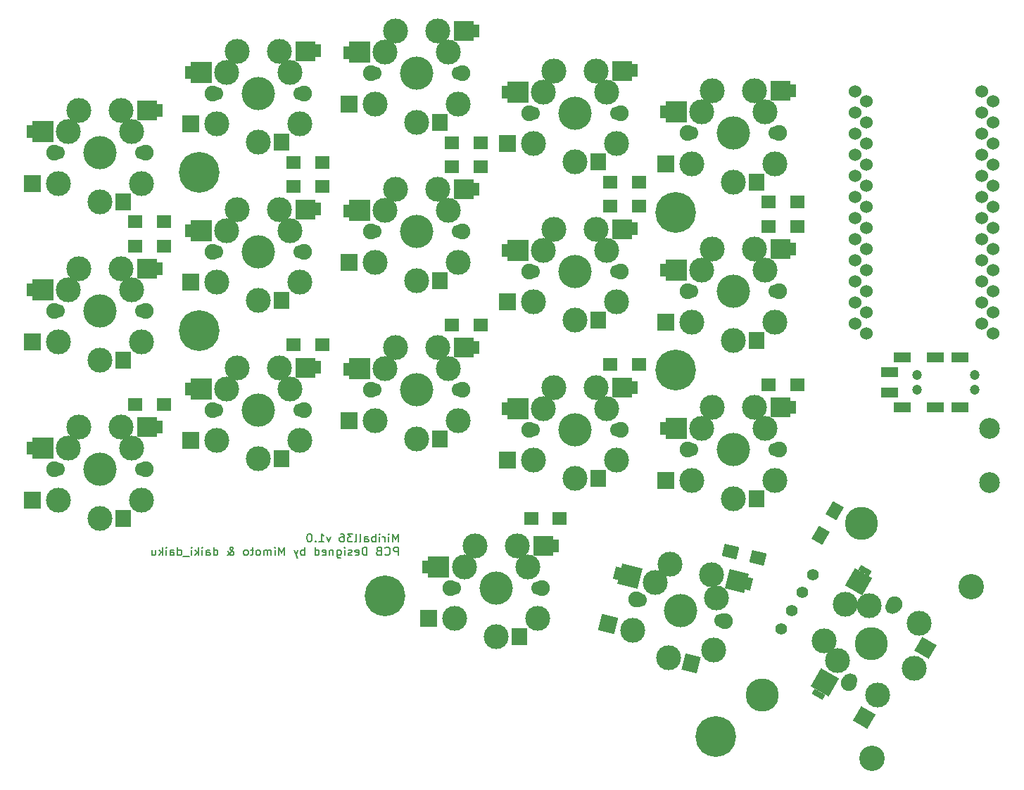
<source format=gbr>
%TF.GenerationSoftware,KiCad,Pcbnew,8.0.2-1*%
%TF.CreationDate,2024-06-10T16:48:46+09:00*%
%TF.ProjectId,Miriball36,4d697269-6261-46c6-9c33-362e6b696361,rev?*%
%TF.SameCoordinates,Original*%
%TF.FileFunction,Soldermask,Bot*%
%TF.FilePolarity,Negative*%
%FSLAX46Y46*%
G04 Gerber Fmt 4.6, Leading zero omitted, Abs format (unit mm)*
G04 Created by KiCad (PCBNEW 8.0.2-1) date 2024-06-10 16:48:46*
%MOMM*%
%LPD*%
G01*
G04 APERTURE LIST*
G04 Aperture macros list*
%AMRotRect*
0 Rectangle, with rotation*
0 The origin of the aperture is its center*
0 $1 length*
0 $2 width*
0 $3 Rotation angle, in degrees counterclockwise*
0 Add horizontal line*
21,1,$1,$2,0,0,$3*%
G04 Aperture macros list end*
%ADD10C,0.150000*%
%ADD11R,1.800000X1.500000*%
%ADD12C,4.900000*%
%ADD13C,1.900000*%
%ADD14C,1.700000*%
%ADD15C,3.000000*%
%ADD16C,4.000000*%
%ADD17R,0.700000X1.500000*%
%ADD18R,2.000000X2.000000*%
%ADD19R,2.500000X2.500000*%
%ADD20R,1.900000X2.000000*%
%ADD21R,2.400000X2.400000*%
%ADD22C,3.987800*%
%ADD23C,3.048000*%
%ADD24RotRect,0.700000X1.500000X60.000000*%
%ADD25RotRect,2.000000X2.000000X240.000000*%
%ADD26RotRect,2.500000X2.500000X240.000000*%
%ADD27RotRect,1.900000X2.000000X240.000000*%
%ADD28RotRect,2.400000X2.400000X240.000000*%
%ADD29C,1.397000*%
%ADD30C,1.200000*%
%ADD31R,2.100000X1.200000*%
%ADD32RotRect,1.800000X1.500000X240.000000*%
%ADD33RotRect,1.800000X1.500000X166.000000*%
%ADD34C,2.500000*%
%ADD35RotRect,0.700000X1.500000X346.000000*%
%ADD36RotRect,2.000000X2.000000X166.000000*%
%ADD37RotRect,2.500000X2.500000X166.000000*%
%ADD38RotRect,1.900000X2.000000X166.000000*%
%ADD39RotRect,2.400000X2.400000X166.000000*%
%ADD40C,1.524000*%
G04 APERTURE END LIST*
D10*
X93703220Y-105399875D02*
X93703220Y-104399875D01*
X93703220Y-104399875D02*
X93369887Y-105114160D01*
X93369887Y-105114160D02*
X93036554Y-104399875D01*
X93036554Y-104399875D02*
X93036554Y-105399875D01*
X92560363Y-105399875D02*
X92560363Y-104733208D01*
X92560363Y-104399875D02*
X92607982Y-104447494D01*
X92607982Y-104447494D02*
X92560363Y-104495113D01*
X92560363Y-104495113D02*
X92512744Y-104447494D01*
X92512744Y-104447494D02*
X92560363Y-104399875D01*
X92560363Y-104399875D02*
X92560363Y-104495113D01*
X92084173Y-105399875D02*
X92084173Y-104733208D01*
X92084173Y-104923684D02*
X92036554Y-104828446D01*
X92036554Y-104828446D02*
X91988935Y-104780827D01*
X91988935Y-104780827D02*
X91893697Y-104733208D01*
X91893697Y-104733208D02*
X91798459Y-104733208D01*
X91465125Y-105399875D02*
X91465125Y-104733208D01*
X91465125Y-104399875D02*
X91512744Y-104447494D01*
X91512744Y-104447494D02*
X91465125Y-104495113D01*
X91465125Y-104495113D02*
X91417506Y-104447494D01*
X91417506Y-104447494D02*
X91465125Y-104399875D01*
X91465125Y-104399875D02*
X91465125Y-104495113D01*
X90988935Y-105399875D02*
X90988935Y-104399875D01*
X90988935Y-104780827D02*
X90893697Y-104733208D01*
X90893697Y-104733208D02*
X90703221Y-104733208D01*
X90703221Y-104733208D02*
X90607983Y-104780827D01*
X90607983Y-104780827D02*
X90560364Y-104828446D01*
X90560364Y-104828446D02*
X90512745Y-104923684D01*
X90512745Y-104923684D02*
X90512745Y-105209398D01*
X90512745Y-105209398D02*
X90560364Y-105304636D01*
X90560364Y-105304636D02*
X90607983Y-105352256D01*
X90607983Y-105352256D02*
X90703221Y-105399875D01*
X90703221Y-105399875D02*
X90893697Y-105399875D01*
X90893697Y-105399875D02*
X90988935Y-105352256D01*
X89655602Y-105399875D02*
X89655602Y-104876065D01*
X89655602Y-104876065D02*
X89703221Y-104780827D01*
X89703221Y-104780827D02*
X89798459Y-104733208D01*
X89798459Y-104733208D02*
X89988935Y-104733208D01*
X89988935Y-104733208D02*
X90084173Y-104780827D01*
X89655602Y-105352256D02*
X89750840Y-105399875D01*
X89750840Y-105399875D02*
X89988935Y-105399875D01*
X89988935Y-105399875D02*
X90084173Y-105352256D01*
X90084173Y-105352256D02*
X90131792Y-105257017D01*
X90131792Y-105257017D02*
X90131792Y-105161779D01*
X90131792Y-105161779D02*
X90084173Y-105066541D01*
X90084173Y-105066541D02*
X89988935Y-105018922D01*
X89988935Y-105018922D02*
X89750840Y-105018922D01*
X89750840Y-105018922D02*
X89655602Y-104971303D01*
X89036554Y-105399875D02*
X89131792Y-105352256D01*
X89131792Y-105352256D02*
X89179411Y-105257017D01*
X89179411Y-105257017D02*
X89179411Y-104399875D01*
X88512744Y-105399875D02*
X88607982Y-105352256D01*
X88607982Y-105352256D02*
X88655601Y-105257017D01*
X88655601Y-105257017D02*
X88655601Y-104399875D01*
X88227029Y-104399875D02*
X87607982Y-104399875D01*
X87607982Y-104399875D02*
X87941315Y-104780827D01*
X87941315Y-104780827D02*
X87798458Y-104780827D01*
X87798458Y-104780827D02*
X87703220Y-104828446D01*
X87703220Y-104828446D02*
X87655601Y-104876065D01*
X87655601Y-104876065D02*
X87607982Y-104971303D01*
X87607982Y-104971303D02*
X87607982Y-105209398D01*
X87607982Y-105209398D02*
X87655601Y-105304636D01*
X87655601Y-105304636D02*
X87703220Y-105352256D01*
X87703220Y-105352256D02*
X87798458Y-105399875D01*
X87798458Y-105399875D02*
X88084172Y-105399875D01*
X88084172Y-105399875D02*
X88179410Y-105352256D01*
X88179410Y-105352256D02*
X88227029Y-105304636D01*
X86750839Y-104399875D02*
X86941315Y-104399875D01*
X86941315Y-104399875D02*
X87036553Y-104447494D01*
X87036553Y-104447494D02*
X87084172Y-104495113D01*
X87084172Y-104495113D02*
X87179410Y-104637970D01*
X87179410Y-104637970D02*
X87227029Y-104828446D01*
X87227029Y-104828446D02*
X87227029Y-105209398D01*
X87227029Y-105209398D02*
X87179410Y-105304636D01*
X87179410Y-105304636D02*
X87131791Y-105352256D01*
X87131791Y-105352256D02*
X87036553Y-105399875D01*
X87036553Y-105399875D02*
X86846077Y-105399875D01*
X86846077Y-105399875D02*
X86750839Y-105352256D01*
X86750839Y-105352256D02*
X86703220Y-105304636D01*
X86703220Y-105304636D02*
X86655601Y-105209398D01*
X86655601Y-105209398D02*
X86655601Y-104971303D01*
X86655601Y-104971303D02*
X86703220Y-104876065D01*
X86703220Y-104876065D02*
X86750839Y-104828446D01*
X86750839Y-104828446D02*
X86846077Y-104780827D01*
X86846077Y-104780827D02*
X87036553Y-104780827D01*
X87036553Y-104780827D02*
X87131791Y-104828446D01*
X87131791Y-104828446D02*
X87179410Y-104876065D01*
X87179410Y-104876065D02*
X87227029Y-104971303D01*
X85560362Y-104733208D02*
X85322267Y-105399875D01*
X85322267Y-105399875D02*
X85084172Y-104733208D01*
X84179410Y-105399875D02*
X84750838Y-105399875D01*
X84465124Y-105399875D02*
X84465124Y-104399875D01*
X84465124Y-104399875D02*
X84560362Y-104542732D01*
X84560362Y-104542732D02*
X84655600Y-104637970D01*
X84655600Y-104637970D02*
X84750838Y-104685589D01*
X83750838Y-105304636D02*
X83703219Y-105352256D01*
X83703219Y-105352256D02*
X83750838Y-105399875D01*
X83750838Y-105399875D02*
X83798457Y-105352256D01*
X83798457Y-105352256D02*
X83750838Y-105304636D01*
X83750838Y-105304636D02*
X83750838Y-105399875D01*
X83084172Y-104399875D02*
X82988934Y-104399875D01*
X82988934Y-104399875D02*
X82893696Y-104447494D01*
X82893696Y-104447494D02*
X82846077Y-104495113D01*
X82846077Y-104495113D02*
X82798458Y-104590351D01*
X82798458Y-104590351D02*
X82750839Y-104780827D01*
X82750839Y-104780827D02*
X82750839Y-105018922D01*
X82750839Y-105018922D02*
X82798458Y-105209398D01*
X82798458Y-105209398D02*
X82846077Y-105304636D01*
X82846077Y-105304636D02*
X82893696Y-105352256D01*
X82893696Y-105352256D02*
X82988934Y-105399875D01*
X82988934Y-105399875D02*
X83084172Y-105399875D01*
X83084172Y-105399875D02*
X83179410Y-105352256D01*
X83179410Y-105352256D02*
X83227029Y-105304636D01*
X83227029Y-105304636D02*
X83274648Y-105209398D01*
X83274648Y-105209398D02*
X83322267Y-105018922D01*
X83322267Y-105018922D02*
X83322267Y-104780827D01*
X83322267Y-104780827D02*
X83274648Y-104590351D01*
X83274648Y-104590351D02*
X83227029Y-104495113D01*
X83227029Y-104495113D02*
X83179410Y-104447494D01*
X83179410Y-104447494D02*
X83084172Y-104399875D01*
X93703220Y-107009819D02*
X93703220Y-106009819D01*
X93703220Y-106009819D02*
X93322268Y-106009819D01*
X93322268Y-106009819D02*
X93227030Y-106057438D01*
X93227030Y-106057438D02*
X93179411Y-106105057D01*
X93179411Y-106105057D02*
X93131792Y-106200295D01*
X93131792Y-106200295D02*
X93131792Y-106343152D01*
X93131792Y-106343152D02*
X93179411Y-106438390D01*
X93179411Y-106438390D02*
X93227030Y-106486009D01*
X93227030Y-106486009D02*
X93322268Y-106533628D01*
X93322268Y-106533628D02*
X93703220Y-106533628D01*
X92131792Y-106914580D02*
X92179411Y-106962200D01*
X92179411Y-106962200D02*
X92322268Y-107009819D01*
X92322268Y-107009819D02*
X92417506Y-107009819D01*
X92417506Y-107009819D02*
X92560363Y-106962200D01*
X92560363Y-106962200D02*
X92655601Y-106866961D01*
X92655601Y-106866961D02*
X92703220Y-106771723D01*
X92703220Y-106771723D02*
X92750839Y-106581247D01*
X92750839Y-106581247D02*
X92750839Y-106438390D01*
X92750839Y-106438390D02*
X92703220Y-106247914D01*
X92703220Y-106247914D02*
X92655601Y-106152676D01*
X92655601Y-106152676D02*
X92560363Y-106057438D01*
X92560363Y-106057438D02*
X92417506Y-106009819D01*
X92417506Y-106009819D02*
X92322268Y-106009819D01*
X92322268Y-106009819D02*
X92179411Y-106057438D01*
X92179411Y-106057438D02*
X92131792Y-106105057D01*
X91369887Y-106486009D02*
X91227030Y-106533628D01*
X91227030Y-106533628D02*
X91179411Y-106581247D01*
X91179411Y-106581247D02*
X91131792Y-106676485D01*
X91131792Y-106676485D02*
X91131792Y-106819342D01*
X91131792Y-106819342D02*
X91179411Y-106914580D01*
X91179411Y-106914580D02*
X91227030Y-106962200D01*
X91227030Y-106962200D02*
X91322268Y-107009819D01*
X91322268Y-107009819D02*
X91703220Y-107009819D01*
X91703220Y-107009819D02*
X91703220Y-106009819D01*
X91703220Y-106009819D02*
X91369887Y-106009819D01*
X91369887Y-106009819D02*
X91274649Y-106057438D01*
X91274649Y-106057438D02*
X91227030Y-106105057D01*
X91227030Y-106105057D02*
X91179411Y-106200295D01*
X91179411Y-106200295D02*
X91179411Y-106295533D01*
X91179411Y-106295533D02*
X91227030Y-106390771D01*
X91227030Y-106390771D02*
X91274649Y-106438390D01*
X91274649Y-106438390D02*
X91369887Y-106486009D01*
X91369887Y-106486009D02*
X91703220Y-106486009D01*
X89941315Y-107009819D02*
X89941315Y-106009819D01*
X89941315Y-106009819D02*
X89703220Y-106009819D01*
X89703220Y-106009819D02*
X89560363Y-106057438D01*
X89560363Y-106057438D02*
X89465125Y-106152676D01*
X89465125Y-106152676D02*
X89417506Y-106247914D01*
X89417506Y-106247914D02*
X89369887Y-106438390D01*
X89369887Y-106438390D02*
X89369887Y-106581247D01*
X89369887Y-106581247D02*
X89417506Y-106771723D01*
X89417506Y-106771723D02*
X89465125Y-106866961D01*
X89465125Y-106866961D02*
X89560363Y-106962200D01*
X89560363Y-106962200D02*
X89703220Y-107009819D01*
X89703220Y-107009819D02*
X89941315Y-107009819D01*
X88560363Y-106962200D02*
X88655601Y-107009819D01*
X88655601Y-107009819D02*
X88846077Y-107009819D01*
X88846077Y-107009819D02*
X88941315Y-106962200D01*
X88941315Y-106962200D02*
X88988934Y-106866961D01*
X88988934Y-106866961D02*
X88988934Y-106486009D01*
X88988934Y-106486009D02*
X88941315Y-106390771D01*
X88941315Y-106390771D02*
X88846077Y-106343152D01*
X88846077Y-106343152D02*
X88655601Y-106343152D01*
X88655601Y-106343152D02*
X88560363Y-106390771D01*
X88560363Y-106390771D02*
X88512744Y-106486009D01*
X88512744Y-106486009D02*
X88512744Y-106581247D01*
X88512744Y-106581247D02*
X88988934Y-106676485D01*
X88131791Y-106962200D02*
X88036553Y-107009819D01*
X88036553Y-107009819D02*
X87846077Y-107009819D01*
X87846077Y-107009819D02*
X87750839Y-106962200D01*
X87750839Y-106962200D02*
X87703220Y-106866961D01*
X87703220Y-106866961D02*
X87703220Y-106819342D01*
X87703220Y-106819342D02*
X87750839Y-106724104D01*
X87750839Y-106724104D02*
X87846077Y-106676485D01*
X87846077Y-106676485D02*
X87988934Y-106676485D01*
X87988934Y-106676485D02*
X88084172Y-106628866D01*
X88084172Y-106628866D02*
X88131791Y-106533628D01*
X88131791Y-106533628D02*
X88131791Y-106486009D01*
X88131791Y-106486009D02*
X88084172Y-106390771D01*
X88084172Y-106390771D02*
X87988934Y-106343152D01*
X87988934Y-106343152D02*
X87846077Y-106343152D01*
X87846077Y-106343152D02*
X87750839Y-106390771D01*
X87274648Y-107009819D02*
X87274648Y-106343152D01*
X87274648Y-106009819D02*
X87322267Y-106057438D01*
X87322267Y-106057438D02*
X87274648Y-106105057D01*
X87274648Y-106105057D02*
X87227029Y-106057438D01*
X87227029Y-106057438D02*
X87274648Y-106009819D01*
X87274648Y-106009819D02*
X87274648Y-106105057D01*
X86369887Y-106343152D02*
X86369887Y-107152676D01*
X86369887Y-107152676D02*
X86417506Y-107247914D01*
X86417506Y-107247914D02*
X86465125Y-107295533D01*
X86465125Y-107295533D02*
X86560363Y-107343152D01*
X86560363Y-107343152D02*
X86703220Y-107343152D01*
X86703220Y-107343152D02*
X86798458Y-107295533D01*
X86369887Y-106962200D02*
X86465125Y-107009819D01*
X86465125Y-107009819D02*
X86655601Y-107009819D01*
X86655601Y-107009819D02*
X86750839Y-106962200D01*
X86750839Y-106962200D02*
X86798458Y-106914580D01*
X86798458Y-106914580D02*
X86846077Y-106819342D01*
X86846077Y-106819342D02*
X86846077Y-106533628D01*
X86846077Y-106533628D02*
X86798458Y-106438390D01*
X86798458Y-106438390D02*
X86750839Y-106390771D01*
X86750839Y-106390771D02*
X86655601Y-106343152D01*
X86655601Y-106343152D02*
X86465125Y-106343152D01*
X86465125Y-106343152D02*
X86369887Y-106390771D01*
X85893696Y-106343152D02*
X85893696Y-107009819D01*
X85893696Y-106438390D02*
X85846077Y-106390771D01*
X85846077Y-106390771D02*
X85750839Y-106343152D01*
X85750839Y-106343152D02*
X85607982Y-106343152D01*
X85607982Y-106343152D02*
X85512744Y-106390771D01*
X85512744Y-106390771D02*
X85465125Y-106486009D01*
X85465125Y-106486009D02*
X85465125Y-107009819D01*
X84607982Y-106962200D02*
X84703220Y-107009819D01*
X84703220Y-107009819D02*
X84893696Y-107009819D01*
X84893696Y-107009819D02*
X84988934Y-106962200D01*
X84988934Y-106962200D02*
X85036553Y-106866961D01*
X85036553Y-106866961D02*
X85036553Y-106486009D01*
X85036553Y-106486009D02*
X84988934Y-106390771D01*
X84988934Y-106390771D02*
X84893696Y-106343152D01*
X84893696Y-106343152D02*
X84703220Y-106343152D01*
X84703220Y-106343152D02*
X84607982Y-106390771D01*
X84607982Y-106390771D02*
X84560363Y-106486009D01*
X84560363Y-106486009D02*
X84560363Y-106581247D01*
X84560363Y-106581247D02*
X85036553Y-106676485D01*
X83703220Y-107009819D02*
X83703220Y-106009819D01*
X83703220Y-106962200D02*
X83798458Y-107009819D01*
X83798458Y-107009819D02*
X83988934Y-107009819D01*
X83988934Y-107009819D02*
X84084172Y-106962200D01*
X84084172Y-106962200D02*
X84131791Y-106914580D01*
X84131791Y-106914580D02*
X84179410Y-106819342D01*
X84179410Y-106819342D02*
X84179410Y-106533628D01*
X84179410Y-106533628D02*
X84131791Y-106438390D01*
X84131791Y-106438390D02*
X84084172Y-106390771D01*
X84084172Y-106390771D02*
X83988934Y-106343152D01*
X83988934Y-106343152D02*
X83798458Y-106343152D01*
X83798458Y-106343152D02*
X83703220Y-106390771D01*
X82465124Y-107009819D02*
X82465124Y-106009819D01*
X82465124Y-106390771D02*
X82369886Y-106343152D01*
X82369886Y-106343152D02*
X82179410Y-106343152D01*
X82179410Y-106343152D02*
X82084172Y-106390771D01*
X82084172Y-106390771D02*
X82036553Y-106438390D01*
X82036553Y-106438390D02*
X81988934Y-106533628D01*
X81988934Y-106533628D02*
X81988934Y-106819342D01*
X81988934Y-106819342D02*
X82036553Y-106914580D01*
X82036553Y-106914580D02*
X82084172Y-106962200D01*
X82084172Y-106962200D02*
X82179410Y-107009819D01*
X82179410Y-107009819D02*
X82369886Y-107009819D01*
X82369886Y-107009819D02*
X82465124Y-106962200D01*
X81655600Y-106343152D02*
X81417505Y-107009819D01*
X81179410Y-106343152D02*
X81417505Y-107009819D01*
X81417505Y-107009819D02*
X81512743Y-107247914D01*
X81512743Y-107247914D02*
X81560362Y-107295533D01*
X81560362Y-107295533D02*
X81655600Y-107343152D01*
X80036552Y-107009819D02*
X80036552Y-106009819D01*
X80036552Y-106009819D02*
X79703219Y-106724104D01*
X79703219Y-106724104D02*
X79369886Y-106009819D01*
X79369886Y-106009819D02*
X79369886Y-107009819D01*
X78893695Y-107009819D02*
X78893695Y-106343152D01*
X78893695Y-106009819D02*
X78941314Y-106057438D01*
X78941314Y-106057438D02*
X78893695Y-106105057D01*
X78893695Y-106105057D02*
X78846076Y-106057438D01*
X78846076Y-106057438D02*
X78893695Y-106009819D01*
X78893695Y-106009819D02*
X78893695Y-106105057D01*
X78417505Y-107009819D02*
X78417505Y-106343152D01*
X78417505Y-106438390D02*
X78369886Y-106390771D01*
X78369886Y-106390771D02*
X78274648Y-106343152D01*
X78274648Y-106343152D02*
X78131791Y-106343152D01*
X78131791Y-106343152D02*
X78036553Y-106390771D01*
X78036553Y-106390771D02*
X77988934Y-106486009D01*
X77988934Y-106486009D02*
X77988934Y-107009819D01*
X77988934Y-106486009D02*
X77941315Y-106390771D01*
X77941315Y-106390771D02*
X77846077Y-106343152D01*
X77846077Y-106343152D02*
X77703220Y-106343152D01*
X77703220Y-106343152D02*
X77607981Y-106390771D01*
X77607981Y-106390771D02*
X77560362Y-106486009D01*
X77560362Y-106486009D02*
X77560362Y-107009819D01*
X76941315Y-107009819D02*
X77036553Y-106962200D01*
X77036553Y-106962200D02*
X77084172Y-106914580D01*
X77084172Y-106914580D02*
X77131791Y-106819342D01*
X77131791Y-106819342D02*
X77131791Y-106533628D01*
X77131791Y-106533628D02*
X77084172Y-106438390D01*
X77084172Y-106438390D02*
X77036553Y-106390771D01*
X77036553Y-106390771D02*
X76941315Y-106343152D01*
X76941315Y-106343152D02*
X76798458Y-106343152D01*
X76798458Y-106343152D02*
X76703220Y-106390771D01*
X76703220Y-106390771D02*
X76655601Y-106438390D01*
X76655601Y-106438390D02*
X76607982Y-106533628D01*
X76607982Y-106533628D02*
X76607982Y-106819342D01*
X76607982Y-106819342D02*
X76655601Y-106914580D01*
X76655601Y-106914580D02*
X76703220Y-106962200D01*
X76703220Y-106962200D02*
X76798458Y-107009819D01*
X76798458Y-107009819D02*
X76941315Y-107009819D01*
X76322267Y-106343152D02*
X75941315Y-106343152D01*
X76179410Y-106009819D02*
X76179410Y-106866961D01*
X76179410Y-106866961D02*
X76131791Y-106962200D01*
X76131791Y-106962200D02*
X76036553Y-107009819D01*
X76036553Y-107009819D02*
X75941315Y-107009819D01*
X75465124Y-107009819D02*
X75560362Y-106962200D01*
X75560362Y-106962200D02*
X75607981Y-106914580D01*
X75607981Y-106914580D02*
X75655600Y-106819342D01*
X75655600Y-106819342D02*
X75655600Y-106533628D01*
X75655600Y-106533628D02*
X75607981Y-106438390D01*
X75607981Y-106438390D02*
X75560362Y-106390771D01*
X75560362Y-106390771D02*
X75465124Y-106343152D01*
X75465124Y-106343152D02*
X75322267Y-106343152D01*
X75322267Y-106343152D02*
X75227029Y-106390771D01*
X75227029Y-106390771D02*
X75179410Y-106438390D01*
X75179410Y-106438390D02*
X75131791Y-106533628D01*
X75131791Y-106533628D02*
X75131791Y-106819342D01*
X75131791Y-106819342D02*
X75179410Y-106914580D01*
X75179410Y-106914580D02*
X75227029Y-106962200D01*
X75227029Y-106962200D02*
X75322267Y-107009819D01*
X75322267Y-107009819D02*
X75465124Y-107009819D01*
X73131790Y-107009819D02*
X73179410Y-107009819D01*
X73179410Y-107009819D02*
X73274648Y-106962200D01*
X73274648Y-106962200D02*
X73417505Y-106819342D01*
X73417505Y-106819342D02*
X73655600Y-106533628D01*
X73655600Y-106533628D02*
X73750838Y-106390771D01*
X73750838Y-106390771D02*
X73798457Y-106247914D01*
X73798457Y-106247914D02*
X73798457Y-106152676D01*
X73798457Y-106152676D02*
X73750838Y-106057438D01*
X73750838Y-106057438D02*
X73655600Y-106009819D01*
X73655600Y-106009819D02*
X73607981Y-106009819D01*
X73607981Y-106009819D02*
X73512743Y-106057438D01*
X73512743Y-106057438D02*
X73465124Y-106152676D01*
X73465124Y-106152676D02*
X73465124Y-106200295D01*
X73465124Y-106200295D02*
X73512743Y-106295533D01*
X73512743Y-106295533D02*
X73560362Y-106343152D01*
X73560362Y-106343152D02*
X73846076Y-106533628D01*
X73846076Y-106533628D02*
X73893695Y-106581247D01*
X73893695Y-106581247D02*
X73941314Y-106676485D01*
X73941314Y-106676485D02*
X73941314Y-106819342D01*
X73941314Y-106819342D02*
X73893695Y-106914580D01*
X73893695Y-106914580D02*
X73846076Y-106962200D01*
X73846076Y-106962200D02*
X73750838Y-107009819D01*
X73750838Y-107009819D02*
X73607981Y-107009819D01*
X73607981Y-107009819D02*
X73512743Y-106962200D01*
X73512743Y-106962200D02*
X73465124Y-106914580D01*
X73465124Y-106914580D02*
X73322267Y-106724104D01*
X73322267Y-106724104D02*
X73274648Y-106581247D01*
X73274648Y-106581247D02*
X73274648Y-106486009D01*
X71512743Y-107009819D02*
X71512743Y-106009819D01*
X71512743Y-106962200D02*
X71607981Y-107009819D01*
X71607981Y-107009819D02*
X71798457Y-107009819D01*
X71798457Y-107009819D02*
X71893695Y-106962200D01*
X71893695Y-106962200D02*
X71941314Y-106914580D01*
X71941314Y-106914580D02*
X71988933Y-106819342D01*
X71988933Y-106819342D02*
X71988933Y-106533628D01*
X71988933Y-106533628D02*
X71941314Y-106438390D01*
X71941314Y-106438390D02*
X71893695Y-106390771D01*
X71893695Y-106390771D02*
X71798457Y-106343152D01*
X71798457Y-106343152D02*
X71607981Y-106343152D01*
X71607981Y-106343152D02*
X71512743Y-106390771D01*
X70607981Y-107009819D02*
X70607981Y-106486009D01*
X70607981Y-106486009D02*
X70655600Y-106390771D01*
X70655600Y-106390771D02*
X70750838Y-106343152D01*
X70750838Y-106343152D02*
X70941314Y-106343152D01*
X70941314Y-106343152D02*
X71036552Y-106390771D01*
X70607981Y-106962200D02*
X70703219Y-107009819D01*
X70703219Y-107009819D02*
X70941314Y-107009819D01*
X70941314Y-107009819D02*
X71036552Y-106962200D01*
X71036552Y-106962200D02*
X71084171Y-106866961D01*
X71084171Y-106866961D02*
X71084171Y-106771723D01*
X71084171Y-106771723D02*
X71036552Y-106676485D01*
X71036552Y-106676485D02*
X70941314Y-106628866D01*
X70941314Y-106628866D02*
X70703219Y-106628866D01*
X70703219Y-106628866D02*
X70607981Y-106581247D01*
X70131790Y-107009819D02*
X70131790Y-106343152D01*
X70131790Y-106009819D02*
X70179409Y-106057438D01*
X70179409Y-106057438D02*
X70131790Y-106105057D01*
X70131790Y-106105057D02*
X70084171Y-106057438D01*
X70084171Y-106057438D02*
X70131790Y-106009819D01*
X70131790Y-106009819D02*
X70131790Y-106105057D01*
X69655600Y-107009819D02*
X69655600Y-106009819D01*
X69560362Y-106628866D02*
X69274648Y-107009819D01*
X69274648Y-106343152D02*
X69655600Y-106724104D01*
X68846076Y-107009819D02*
X68846076Y-106343152D01*
X68846076Y-106009819D02*
X68893695Y-106057438D01*
X68893695Y-106057438D02*
X68846076Y-106105057D01*
X68846076Y-106105057D02*
X68798457Y-106057438D01*
X68798457Y-106057438D02*
X68846076Y-106009819D01*
X68846076Y-106009819D02*
X68846076Y-106105057D01*
X68607982Y-107105057D02*
X67846077Y-107105057D01*
X67179410Y-107009819D02*
X67179410Y-106009819D01*
X67179410Y-106962200D02*
X67274648Y-107009819D01*
X67274648Y-107009819D02*
X67465124Y-107009819D01*
X67465124Y-107009819D02*
X67560362Y-106962200D01*
X67560362Y-106962200D02*
X67607981Y-106914580D01*
X67607981Y-106914580D02*
X67655600Y-106819342D01*
X67655600Y-106819342D02*
X67655600Y-106533628D01*
X67655600Y-106533628D02*
X67607981Y-106438390D01*
X67607981Y-106438390D02*
X67560362Y-106390771D01*
X67560362Y-106390771D02*
X67465124Y-106343152D01*
X67465124Y-106343152D02*
X67274648Y-106343152D01*
X67274648Y-106343152D02*
X67179410Y-106390771D01*
X66274648Y-107009819D02*
X66274648Y-106486009D01*
X66274648Y-106486009D02*
X66322267Y-106390771D01*
X66322267Y-106390771D02*
X66417505Y-106343152D01*
X66417505Y-106343152D02*
X66607981Y-106343152D01*
X66607981Y-106343152D02*
X66703219Y-106390771D01*
X66274648Y-106962200D02*
X66369886Y-107009819D01*
X66369886Y-107009819D02*
X66607981Y-107009819D01*
X66607981Y-107009819D02*
X66703219Y-106962200D01*
X66703219Y-106962200D02*
X66750838Y-106866961D01*
X66750838Y-106866961D02*
X66750838Y-106771723D01*
X66750838Y-106771723D02*
X66703219Y-106676485D01*
X66703219Y-106676485D02*
X66607981Y-106628866D01*
X66607981Y-106628866D02*
X66369886Y-106628866D01*
X66369886Y-106628866D02*
X66274648Y-106581247D01*
X65798457Y-107009819D02*
X65798457Y-106343152D01*
X65798457Y-106009819D02*
X65846076Y-106057438D01*
X65846076Y-106057438D02*
X65798457Y-106105057D01*
X65798457Y-106105057D02*
X65750838Y-106057438D01*
X65750838Y-106057438D02*
X65798457Y-106009819D01*
X65798457Y-106009819D02*
X65798457Y-106105057D01*
X65322267Y-107009819D02*
X65322267Y-106009819D01*
X65227029Y-106628866D02*
X64941315Y-107009819D01*
X64941315Y-106343152D02*
X65322267Y-106724104D01*
X64084172Y-106343152D02*
X64084172Y-107009819D01*
X64512743Y-106343152D02*
X64512743Y-106866961D01*
X64512743Y-106866961D02*
X64465124Y-106962200D01*
X64465124Y-106962200D02*
X64369886Y-107009819D01*
X64369886Y-107009819D02*
X64227029Y-107009819D01*
X64227029Y-107009819D02*
X64131791Y-106962200D01*
X64131791Y-106962200D02*
X64084172Y-106914580D01*
D11*
%TO.C,D11*%
X65493250Y-88821300D03*
X62093250Y-88821300D03*
%TD*%
D12*
%TO.C,TH3*%
X69746500Y-60921300D03*
%TD*%
D11*
%TO.C,D8*%
X103594050Y-60245700D03*
X100194050Y-60245700D03*
%TD*%
D13*
%TO.C,SW1*%
X52340000Y-58540000D03*
D14*
X52760000Y-58540000D03*
D15*
X52840000Y-62240000D03*
X54030000Y-55999999D03*
X55300000Y-53460000D03*
D16*
X57840000Y-58540000D03*
D15*
X57840000Y-64440000D03*
X60380000Y-53460000D03*
X61650000Y-56000000D03*
X62840000Y-62240000D03*
D14*
X62920000Y-58540000D03*
D13*
X63340000Y-58540000D03*
D17*
X49340000Y-56040000D03*
D18*
X49740000Y-62240000D03*
D19*
X50940000Y-56000000D03*
D20*
X60640000Y-64440000D03*
D21*
X63540000Y-53460000D03*
D17*
X65040000Y-53440000D03*
%TD*%
D13*
%TO.C,SW4*%
X109491200Y-53777400D03*
D14*
X109911200Y-53777400D03*
D15*
X109991200Y-57477400D03*
X111181200Y-51237399D03*
X112451200Y-48697400D03*
D16*
X114991200Y-53777400D03*
D15*
X114991200Y-59677400D03*
X117531200Y-48697400D03*
X118801200Y-51237400D03*
X119991200Y-57477400D03*
D14*
X120071200Y-53777400D03*
D13*
X120491200Y-53777400D03*
D17*
X106491200Y-51277400D03*
D18*
X106891200Y-57477400D03*
D19*
X108091200Y-51237400D03*
D20*
X117791200Y-59677400D03*
D21*
X120691200Y-48697400D03*
D17*
X122191200Y-48677400D03*
%TD*%
D13*
%TO.C,SW7*%
X71390400Y-70446500D03*
D14*
X71810400Y-70446500D03*
D15*
X71890400Y-74146500D03*
X73080400Y-67906499D03*
X74350400Y-65366500D03*
D16*
X76890400Y-70446500D03*
D15*
X76890400Y-76346500D03*
X79430400Y-65366500D03*
X80700400Y-67906500D03*
X81890400Y-74146500D03*
D14*
X81970400Y-70446500D03*
D13*
X82390400Y-70446500D03*
D17*
X68390400Y-67946500D03*
D18*
X68790400Y-74146500D03*
D19*
X69990400Y-67906500D03*
D20*
X79690400Y-76346500D03*
D21*
X82590400Y-65366500D03*
D17*
X84090400Y-65346500D03*
%TD*%
D22*
%TO.C,SW18*%
X137541960Y-123841111D03*
D23*
X150740187Y-131461111D03*
D13*
X147910000Y-122393140D03*
D14*
X148120000Y-122029409D03*
D15*
X151364294Y-123810127D03*
X146555295Y-119659556D03*
X144990591Y-117289705D03*
D22*
X150660000Y-117630000D03*
D15*
X155769550Y-120580000D03*
X147530591Y-112890295D03*
X150365295Y-113060443D03*
X156364294Y-115149873D03*
D14*
X153200000Y-113230591D03*
D13*
X153410000Y-112866860D03*
D22*
X149479960Y-103163889D03*
D23*
X162678187Y-110783889D03*
D24*
X144244936Y-123741216D03*
D25*
X149814294Y-126494806D03*
D26*
X145010295Y-122335575D03*
D27*
X157169550Y-118155129D03*
D28*
X149110591Y-110153655D03*
D24*
X149843270Y-108844617D03*
%TD*%
D29*
%TO.C,OL1*%
X139770000Y-115899410D03*
X141040000Y-113699705D03*
X142310000Y-111500000D03*
X143580000Y-109300296D03*
%TD*%
D13*
%TO.C,SW16*%
X99966000Y-110928600D03*
D14*
X100386000Y-110928600D03*
D15*
X100466000Y-114628600D03*
X101656000Y-108388599D03*
X102926000Y-105848600D03*
D16*
X105466000Y-110928600D03*
D15*
X105466000Y-116828600D03*
X108006000Y-105848600D03*
X109276000Y-108388600D03*
X110466000Y-114628600D03*
D14*
X110546000Y-110928600D03*
D13*
X110966000Y-110928600D03*
D17*
X96966000Y-108428600D03*
D18*
X97366000Y-114628600D03*
D19*
X98566000Y-108388600D03*
D20*
X108266000Y-116828600D03*
D21*
X111166000Y-105848600D03*
D17*
X112666000Y-105828600D03*
%TD*%
D30*
%TO.C,J2*%
X163110000Y-85300000D03*
X156110000Y-85300000D03*
X163110000Y-87050000D03*
X156110000Y-87050000D03*
D31*
X152810000Y-84950000D03*
X152810000Y-87400000D03*
X161310000Y-83200000D03*
X161310000Y-89150000D03*
X158310000Y-83200000D03*
X158310000Y-89150000D03*
X154310000Y-83200000D03*
X154310000Y-89150000D03*
%TD*%
D13*
%TO.C,SW2*%
X71390400Y-51396100D03*
D14*
X71810400Y-51396100D03*
D15*
X71890400Y-55096100D03*
X73080400Y-48856099D03*
X74350400Y-46316100D03*
D16*
X76890400Y-51396100D03*
D15*
X76890400Y-57296100D03*
X79430400Y-46316100D03*
X80700400Y-48856100D03*
X81890400Y-55096100D03*
D14*
X81970400Y-51396100D03*
D13*
X82390400Y-51396100D03*
D17*
X68390400Y-48896100D03*
D18*
X68790400Y-55096100D03*
D19*
X69990400Y-48856100D03*
D20*
X79690400Y-57296100D03*
D21*
X82590400Y-46316100D03*
D17*
X84090400Y-46296100D03*
%TD*%
D13*
%TO.C,SW6*%
X52340000Y-77590400D03*
D14*
X52760000Y-77590400D03*
D15*
X52840000Y-81290400D03*
X54030000Y-75050399D03*
X55300000Y-72510400D03*
D16*
X57840000Y-77590400D03*
D15*
X57840000Y-83490400D03*
X60380000Y-72510400D03*
X61650000Y-75050400D03*
X62840000Y-81290400D03*
D14*
X62920000Y-77590400D03*
D13*
X63340000Y-77590400D03*
D17*
X49340000Y-75090400D03*
D18*
X49740000Y-81290400D03*
D19*
X50940000Y-75050400D03*
D20*
X60640000Y-83490400D03*
D21*
X63540000Y-72510400D03*
D17*
X65040000Y-72490400D03*
%TD*%
D13*
%TO.C,SW3*%
X90440800Y-49014800D03*
D14*
X90860800Y-49014800D03*
D15*
X90940800Y-52714800D03*
X92130800Y-46474799D03*
X93400800Y-43934800D03*
D16*
X95940800Y-49014800D03*
D15*
X95940800Y-54914800D03*
X98480800Y-43934800D03*
X99750800Y-46474800D03*
X100940800Y-52714800D03*
D14*
X101020800Y-49014800D03*
D13*
X101440800Y-49014800D03*
D17*
X87440800Y-46514800D03*
D18*
X87840800Y-52714800D03*
D19*
X89040800Y-46474800D03*
D20*
X98740800Y-54914800D03*
D21*
X101640800Y-43934800D03*
D17*
X103140800Y-43914800D03*
%TD*%
D11*
%TO.C,D9*%
X122644450Y-65008300D03*
X119244450Y-65008300D03*
%TD*%
%TO.C,D10*%
X141694850Y-67389600D03*
X138294850Y-67389600D03*
%TD*%
%TO.C,D14*%
X122644450Y-84058700D03*
X119244450Y-84058700D03*
%TD*%
D12*
%TO.C,*%
X69746500Y-79971700D03*
%TD*%
D32*
%TO.C,D18*%
X146240000Y-101625514D03*
X144540000Y-104570000D03*
%TD*%
D33*
%TO.C,D17*%
X137019426Y-107337571D03*
X133720420Y-106515037D03*
%TD*%
D11*
%TO.C,D5*%
X141694850Y-64493250D03*
X138294850Y-64493250D03*
%TD*%
%TO.C,D7*%
X84543650Y-62627000D03*
X81143650Y-62627000D03*
%TD*%
%TO.C,D6*%
X65493250Y-69770900D03*
X62093250Y-69770900D03*
%TD*%
%TO.C,D13*%
X103594050Y-79296100D03*
X100194050Y-79296100D03*
%TD*%
D13*
%TO.C,SW8*%
X90440800Y-68065200D03*
D14*
X90860800Y-68065200D03*
D15*
X90940800Y-71765200D03*
X92130800Y-65525199D03*
X93400800Y-62985200D03*
D16*
X95940800Y-68065200D03*
D15*
X95940800Y-73965200D03*
X98480800Y-62985200D03*
X99750800Y-65525200D03*
X100940800Y-71765200D03*
D14*
X101020800Y-68065200D03*
D13*
X101440800Y-68065200D03*
D17*
X87440800Y-65565200D03*
D18*
X87840800Y-71765200D03*
D19*
X89040800Y-65525200D03*
D20*
X98740800Y-73965200D03*
D21*
X101640800Y-62985200D03*
D17*
X103140800Y-62965200D03*
%TD*%
D13*
%TO.C,SW15*%
X128541600Y-94259500D03*
D14*
X128961600Y-94259500D03*
D15*
X129041600Y-97959500D03*
X130231600Y-91719499D03*
X131501600Y-89179500D03*
D16*
X134041600Y-94259500D03*
D15*
X134041600Y-100159500D03*
X136581600Y-89179500D03*
X137851600Y-91719500D03*
X139041600Y-97959500D03*
D14*
X139121600Y-94259500D03*
D13*
X139541600Y-94259500D03*
D17*
X125541600Y-91759500D03*
D18*
X125941600Y-97959500D03*
D19*
X127141600Y-91719500D03*
D20*
X136841600Y-100159500D03*
D21*
X139741600Y-89179500D03*
D17*
X141241600Y-89159500D03*
%TD*%
D13*
%TO.C,SW5*%
X128541600Y-56158700D03*
D14*
X128961600Y-56158700D03*
D15*
X129041600Y-59858700D03*
X130231600Y-53618699D03*
X131501600Y-51078700D03*
D16*
X134041600Y-56158700D03*
D15*
X134041600Y-62058700D03*
X136581600Y-51078700D03*
X137851600Y-53618700D03*
X139041600Y-59858700D03*
D14*
X139121600Y-56158700D03*
D13*
X139541600Y-56158700D03*
D17*
X125541600Y-53658700D03*
D18*
X125941600Y-59858700D03*
D19*
X127141600Y-53618700D03*
D20*
X136841600Y-62058700D03*
D21*
X139741600Y-51078700D03*
D17*
X141241600Y-51058700D03*
%TD*%
D34*
%TO.C,SW19*%
X164830000Y-98260000D03*
X164830000Y-91760000D03*
%TD*%
D13*
%TO.C,SW13*%
X90440800Y-87115600D03*
D14*
X90860800Y-87115600D03*
D15*
X90940800Y-90815600D03*
X92130800Y-84575599D03*
X93400800Y-82035600D03*
D16*
X95940800Y-87115600D03*
D15*
X95940800Y-93015600D03*
X98480800Y-82035600D03*
X99750800Y-84575600D03*
X100940800Y-90815600D03*
D14*
X101020800Y-87115600D03*
D13*
X101440800Y-87115600D03*
D17*
X87440800Y-84615600D03*
D18*
X87840800Y-90815600D03*
D19*
X89040800Y-84575600D03*
D20*
X98740800Y-93015600D03*
D21*
X101640800Y-82035600D03*
D17*
X103140800Y-82015600D03*
%TD*%
D11*
%TO.C,D2*%
X84543650Y-59730650D03*
X81143650Y-59730650D03*
%TD*%
D12*
%TO.C,TH3*%
X131940000Y-128790000D03*
%TD*%
D11*
%TO.C,D4*%
X122644450Y-62111950D03*
X119244450Y-62111950D03*
%TD*%
D13*
%TO.C,SW17*%
X122343374Y-112309430D03*
D14*
X122750898Y-112411037D03*
D15*
X121933410Y-116020485D03*
X124597655Y-110253725D03*
X126444412Y-108096416D03*
D16*
X127680000Y-113640000D03*
D15*
X126252661Y-119364745D03*
X131373514Y-109325379D03*
X131991308Y-112097171D03*
X131636368Y-118439704D03*
D14*
X132609102Y-114868963D03*
D13*
X133016626Y-114970570D03*
D35*
X120037291Y-109157925D03*
D36*
X118925494Y-115270527D03*
D37*
X121599441Y-109506188D03*
D38*
X128969489Y-120042126D03*
D39*
X134439649Y-110089853D03*
D35*
X135899931Y-110433329D03*
%TD*%
D12*
%TO.C,*%
X127090000Y-65700000D03*
%TD*%
D11*
%TO.C,D1*%
X65493250Y-66874550D03*
X62093250Y-66874550D03*
%TD*%
%TO.C,D12*%
X84543650Y-81677400D03*
X81143650Y-81677400D03*
%TD*%
%TO.C,D16*%
X113119250Y-102594050D03*
X109719250Y-102594050D03*
%TD*%
D13*
%TO.C,SW10*%
X128541600Y-75209100D03*
D14*
X128961600Y-75209100D03*
D15*
X129041600Y-78909100D03*
X130231600Y-72669099D03*
X131501600Y-70129100D03*
D16*
X134041600Y-75209100D03*
D15*
X134041600Y-81109100D03*
X136581600Y-70129100D03*
X137851600Y-72669100D03*
X139041600Y-78909100D03*
D14*
X139121600Y-75209100D03*
D13*
X139541600Y-75209100D03*
D17*
X125541600Y-72709100D03*
D18*
X125941600Y-78909100D03*
D19*
X127141600Y-72669100D03*
D20*
X136841600Y-81109100D03*
D21*
X139741600Y-70129100D03*
D17*
X141241600Y-70109100D03*
%TD*%
D11*
%TO.C,D3*%
X103594050Y-57349350D03*
X100194050Y-57349350D03*
%TD*%
D13*
%TO.C,SW14*%
X109491200Y-91878200D03*
D14*
X109911200Y-91878200D03*
D15*
X109991200Y-95578200D03*
X111181200Y-89338199D03*
X112451200Y-86798200D03*
D16*
X114991200Y-91878200D03*
D15*
X114991200Y-97778200D03*
X117531200Y-86798200D03*
X118801200Y-89338200D03*
X119991200Y-95578200D03*
D14*
X120071200Y-91878200D03*
D13*
X120491200Y-91878200D03*
D17*
X106491200Y-89378200D03*
D18*
X106891200Y-95578200D03*
D19*
X108091200Y-89338200D03*
D20*
X117791200Y-97778200D03*
D21*
X120691200Y-86798200D03*
D17*
X122191200Y-86778200D03*
%TD*%
D40*
%TO.C,U1*%
X148708465Y-51204255D03*
X165247280Y-52400000D03*
X148708465Y-53744255D03*
X165247280Y-54940000D03*
X148708465Y-56284255D03*
X165247280Y-57480000D03*
X148708465Y-58824255D03*
X165247280Y-60020000D03*
X148708465Y-61364255D03*
X165247280Y-62560000D03*
X148708465Y-63904255D03*
X165247280Y-65100000D03*
X148708465Y-66444255D03*
X165247280Y-67640000D03*
X148708465Y-68984255D03*
X165247280Y-70180000D03*
X148708465Y-71524255D03*
X165247280Y-72720000D03*
X148708465Y-74064255D03*
X165247280Y-75260000D03*
X148708465Y-76604255D03*
X165247280Y-77800000D03*
X148708465Y-79144255D03*
X165247280Y-80340000D03*
X150007280Y-80340000D03*
X163948465Y-79144255D03*
X150007280Y-77800000D03*
X163948465Y-76604255D03*
X150007280Y-75260000D03*
X163948465Y-74064255D03*
X150007280Y-72720000D03*
X163948465Y-71524255D03*
X150007280Y-70180000D03*
X163948465Y-68984255D03*
X150007280Y-67640000D03*
X163948465Y-66444255D03*
X150007280Y-65100000D03*
X163948465Y-63904255D03*
X150007280Y-62560000D03*
X163948465Y-61364255D03*
X150007280Y-60020000D03*
X163948465Y-58824255D03*
X150007280Y-57480000D03*
X163948465Y-56284255D03*
X150007280Y-54940000D03*
X163948465Y-53744255D03*
X150007280Y-52400000D03*
X163948465Y-51204255D03*
%TD*%
D13*
%TO.C,SW11*%
X52340000Y-96640800D03*
D14*
X52760000Y-96640800D03*
D15*
X52840000Y-100340800D03*
X54030000Y-94100799D03*
X55300000Y-91560800D03*
D16*
X57840000Y-96640800D03*
D15*
X57840000Y-102540800D03*
X60380000Y-91560800D03*
X61650000Y-94100800D03*
X62840000Y-100340800D03*
D14*
X62920000Y-96640800D03*
D13*
X63340000Y-96640800D03*
D17*
X49340000Y-94140800D03*
D18*
X49740000Y-100340800D03*
D19*
X50940000Y-94100800D03*
D20*
X60640000Y-102540800D03*
D21*
X63540000Y-91560800D03*
D17*
X65040000Y-91540800D03*
%TD*%
D13*
%TO.C,SW12*%
X71390400Y-89496900D03*
D14*
X71810400Y-89496900D03*
D15*
X71890400Y-93196900D03*
X73080400Y-86956899D03*
X74350400Y-84416900D03*
D16*
X76890400Y-89496900D03*
D15*
X76890400Y-95396900D03*
X79430400Y-84416900D03*
X80700400Y-86956900D03*
X81890400Y-93196900D03*
D14*
X81970400Y-89496900D03*
D13*
X82390400Y-89496900D03*
D17*
X68390400Y-86996900D03*
D18*
X68790400Y-93196900D03*
D19*
X69990400Y-86956900D03*
D20*
X79690400Y-95396900D03*
D21*
X82590400Y-84416900D03*
D17*
X84090400Y-84396900D03*
%TD*%
D12*
%TO.C,TH3*%
X92130000Y-111890000D03*
%TD*%
%TO.C,*%
X127090000Y-84734300D03*
%TD*%
D11*
%TO.C,D15*%
X141694850Y-86440000D03*
X138294850Y-86440000D03*
%TD*%
D13*
%TO.C,SW9*%
X109491200Y-72827800D03*
D14*
X109911200Y-72827800D03*
D15*
X109991200Y-76527800D03*
X111181200Y-70287799D03*
X112451200Y-67747800D03*
D16*
X114991200Y-72827800D03*
D15*
X114991200Y-78727800D03*
X117531200Y-67747800D03*
X118801200Y-70287800D03*
X119991200Y-76527800D03*
D14*
X120071200Y-72827800D03*
D13*
X120491200Y-72827800D03*
D17*
X106491200Y-70327800D03*
D18*
X106891200Y-76527800D03*
D19*
X108091200Y-70287800D03*
D20*
X117791200Y-78727800D03*
D21*
X120691200Y-67747800D03*
D17*
X122191200Y-67727800D03*
%TD*%
M02*

</source>
